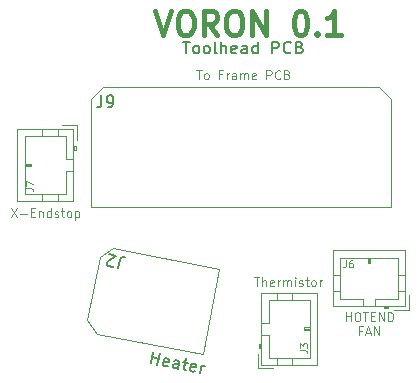
<source format=gbr>
%TF.GenerationSoftware,KiCad,Pcbnew,(6.0.0)*%
%TF.CreationDate,2022-01-12T17:49:16+01:00*%
%TF.ProjectId,v0_miniAB_pancake_board,76305f6d-696e-4694-9142-5f70616e6361,rev?*%
%TF.SameCoordinates,Original*%
%TF.FileFunction,Legend,Top*%
%TF.FilePolarity,Positive*%
%FSLAX46Y46*%
G04 Gerber Fmt 4.6, Leading zero omitted, Abs format (unit mm)*
G04 Created by KiCad (PCBNEW (6.0.0)) date 2022-01-12 17:49:16*
%MOMM*%
%LPD*%
G01*
G04 APERTURE LIST*
%ADD10C,0.150000*%
%ADD11C,0.110000*%
%ADD12C,0.400000*%
%ADD13C,0.120000*%
%ADD14C,0.100000*%
G04 APERTURE END LIST*
D10*
X94956952Y-88098380D02*
X95528380Y-88098380D01*
X95242666Y-89098380D02*
X95242666Y-88098380D01*
X96004571Y-89098380D02*
X95909333Y-89050761D01*
X95861714Y-89003142D01*
X95814095Y-88907904D01*
X95814095Y-88622190D01*
X95861714Y-88526952D01*
X95909333Y-88479333D01*
X96004571Y-88431714D01*
X96147428Y-88431714D01*
X96242666Y-88479333D01*
X96290285Y-88526952D01*
X96337904Y-88622190D01*
X96337904Y-88907904D01*
X96290285Y-89003142D01*
X96242666Y-89050761D01*
X96147428Y-89098380D01*
X96004571Y-89098380D01*
X96909333Y-89098380D02*
X96814095Y-89050761D01*
X96766476Y-89003142D01*
X96718857Y-88907904D01*
X96718857Y-88622190D01*
X96766476Y-88526952D01*
X96814095Y-88479333D01*
X96909333Y-88431714D01*
X97052190Y-88431714D01*
X97147428Y-88479333D01*
X97195047Y-88526952D01*
X97242666Y-88622190D01*
X97242666Y-88907904D01*
X97195047Y-89003142D01*
X97147428Y-89050761D01*
X97052190Y-89098380D01*
X96909333Y-89098380D01*
X97814095Y-89098380D02*
X97718857Y-89050761D01*
X97671238Y-88955523D01*
X97671238Y-88098380D01*
X98195047Y-89098380D02*
X98195047Y-88098380D01*
X98623619Y-89098380D02*
X98623619Y-88574571D01*
X98576000Y-88479333D01*
X98480761Y-88431714D01*
X98337904Y-88431714D01*
X98242666Y-88479333D01*
X98195047Y-88526952D01*
X99480761Y-89050761D02*
X99385523Y-89098380D01*
X99195047Y-89098380D01*
X99099809Y-89050761D01*
X99052190Y-88955523D01*
X99052190Y-88574571D01*
X99099809Y-88479333D01*
X99195047Y-88431714D01*
X99385523Y-88431714D01*
X99480761Y-88479333D01*
X99528380Y-88574571D01*
X99528380Y-88669809D01*
X99052190Y-88765047D01*
X100385523Y-89098380D02*
X100385523Y-88574571D01*
X100337904Y-88479333D01*
X100242666Y-88431714D01*
X100052190Y-88431714D01*
X99956952Y-88479333D01*
X100385523Y-89050761D02*
X100290285Y-89098380D01*
X100052190Y-89098380D01*
X99956952Y-89050761D01*
X99909333Y-88955523D01*
X99909333Y-88860285D01*
X99956952Y-88765047D01*
X100052190Y-88717428D01*
X100290285Y-88717428D01*
X100385523Y-88669809D01*
X101290285Y-89098380D02*
X101290285Y-88098380D01*
X101290285Y-89050761D02*
X101195047Y-89098380D01*
X101004571Y-89098380D01*
X100909333Y-89050761D01*
X100861714Y-89003142D01*
X100814095Y-88907904D01*
X100814095Y-88622190D01*
X100861714Y-88526952D01*
X100909333Y-88479333D01*
X101004571Y-88431714D01*
X101195047Y-88431714D01*
X101290285Y-88479333D01*
X102528380Y-89098380D02*
X102528380Y-88098380D01*
X102909333Y-88098380D01*
X103004571Y-88146000D01*
X103052190Y-88193619D01*
X103099809Y-88288857D01*
X103099809Y-88431714D01*
X103052190Y-88526952D01*
X103004571Y-88574571D01*
X102909333Y-88622190D01*
X102528380Y-88622190D01*
X104099809Y-89003142D02*
X104052190Y-89050761D01*
X103909333Y-89098380D01*
X103814095Y-89098380D01*
X103671238Y-89050761D01*
X103576000Y-88955523D01*
X103528380Y-88860285D01*
X103480761Y-88669809D01*
X103480761Y-88526952D01*
X103528380Y-88336476D01*
X103576000Y-88241238D01*
X103671238Y-88146000D01*
X103814095Y-88098380D01*
X103909333Y-88098380D01*
X104052190Y-88146000D01*
X104099809Y-88193619D01*
X104861714Y-88574571D02*
X105004571Y-88622190D01*
X105052190Y-88669809D01*
X105099809Y-88765047D01*
X105099809Y-88907904D01*
X105052190Y-89003142D01*
X105004571Y-89050761D01*
X104909333Y-89098380D01*
X104528380Y-89098380D01*
X104528380Y-88098380D01*
X104861714Y-88098380D01*
X104956952Y-88146000D01*
X105004571Y-88193619D01*
X105052190Y-88288857D01*
X105052190Y-88384095D01*
X105004571Y-88479333D01*
X104956952Y-88526952D01*
X104861714Y-88574571D01*
X104528380Y-88574571D01*
D11*
X108744000Y-111749535D02*
X108744000Y-110999535D01*
X108744000Y-111356678D02*
X109172571Y-111356678D01*
X109172571Y-111749535D02*
X109172571Y-110999535D01*
X109672571Y-110999535D02*
X109815428Y-110999535D01*
X109886857Y-111035250D01*
X109958285Y-111106678D01*
X109994000Y-111249535D01*
X109994000Y-111499535D01*
X109958285Y-111642392D01*
X109886857Y-111713821D01*
X109815428Y-111749535D01*
X109672571Y-111749535D01*
X109601142Y-111713821D01*
X109529714Y-111642392D01*
X109494000Y-111499535D01*
X109494000Y-111249535D01*
X109529714Y-111106678D01*
X109601142Y-111035250D01*
X109672571Y-110999535D01*
X110208285Y-110999535D02*
X110636857Y-110999535D01*
X110422571Y-111749535D02*
X110422571Y-110999535D01*
X110886857Y-111356678D02*
X111136857Y-111356678D01*
X111244000Y-111749535D02*
X110886857Y-111749535D01*
X110886857Y-110999535D01*
X111244000Y-110999535D01*
X111565428Y-111749535D02*
X111565428Y-110999535D01*
X111994000Y-111749535D01*
X111994000Y-110999535D01*
X112351142Y-111749535D02*
X112351142Y-110999535D01*
X112529714Y-110999535D01*
X112636857Y-111035250D01*
X112708285Y-111106678D01*
X112744000Y-111178107D01*
X112779714Y-111320964D01*
X112779714Y-111428107D01*
X112744000Y-111570964D01*
X112708285Y-111642392D01*
X112636857Y-111713821D01*
X112529714Y-111749535D01*
X112351142Y-111749535D01*
X110136857Y-112564178D02*
X109886857Y-112564178D01*
X109886857Y-112957035D02*
X109886857Y-112207035D01*
X110244000Y-112207035D01*
X110494000Y-112742750D02*
X110851142Y-112742750D01*
X110422571Y-112957035D02*
X110672571Y-112207035D01*
X110922571Y-112957035D01*
X111172571Y-112957035D02*
X111172571Y-112207035D01*
X111601142Y-112957035D01*
X111601142Y-112207035D01*
X96111714Y-90521285D02*
X96540285Y-90521285D01*
X96326000Y-91271285D02*
X96326000Y-90521285D01*
X96897428Y-91271285D02*
X96826000Y-91235571D01*
X96790285Y-91199857D01*
X96754571Y-91128428D01*
X96754571Y-90914142D01*
X96790285Y-90842714D01*
X96826000Y-90807000D01*
X96897428Y-90771285D01*
X97004571Y-90771285D01*
X97076000Y-90807000D01*
X97111714Y-90842714D01*
X97147428Y-90914142D01*
X97147428Y-91128428D01*
X97111714Y-91199857D01*
X97076000Y-91235571D01*
X97004571Y-91271285D01*
X96897428Y-91271285D01*
X98290285Y-90878428D02*
X98040285Y-90878428D01*
X98040285Y-91271285D02*
X98040285Y-90521285D01*
X98397428Y-90521285D01*
X98683142Y-91271285D02*
X98683142Y-90771285D01*
X98683142Y-90914142D02*
X98718857Y-90842714D01*
X98754571Y-90807000D01*
X98826000Y-90771285D01*
X98897428Y-90771285D01*
X99468857Y-91271285D02*
X99468857Y-90878428D01*
X99433142Y-90807000D01*
X99361714Y-90771285D01*
X99218857Y-90771285D01*
X99147428Y-90807000D01*
X99468857Y-91235571D02*
X99397428Y-91271285D01*
X99218857Y-91271285D01*
X99147428Y-91235571D01*
X99111714Y-91164142D01*
X99111714Y-91092714D01*
X99147428Y-91021285D01*
X99218857Y-90985571D01*
X99397428Y-90985571D01*
X99468857Y-90949857D01*
X99826000Y-91271285D02*
X99826000Y-90771285D01*
X99826000Y-90842714D02*
X99861714Y-90807000D01*
X99933142Y-90771285D01*
X100040285Y-90771285D01*
X100111714Y-90807000D01*
X100147428Y-90878428D01*
X100147428Y-91271285D01*
X100147428Y-90878428D02*
X100183142Y-90807000D01*
X100254571Y-90771285D01*
X100361714Y-90771285D01*
X100433142Y-90807000D01*
X100468857Y-90878428D01*
X100468857Y-91271285D01*
X101111714Y-91235571D02*
X101040285Y-91271285D01*
X100897428Y-91271285D01*
X100826000Y-91235571D01*
X100790285Y-91164142D01*
X100790285Y-90878428D01*
X100826000Y-90807000D01*
X100897428Y-90771285D01*
X101040285Y-90771285D01*
X101111714Y-90807000D01*
X101147428Y-90878428D01*
X101147428Y-90949857D01*
X100790285Y-91021285D01*
X102040285Y-91271285D02*
X102040285Y-90521285D01*
X102326000Y-90521285D01*
X102397428Y-90557000D01*
X102433142Y-90592714D01*
X102468857Y-90664142D01*
X102468857Y-90771285D01*
X102433142Y-90842714D01*
X102397428Y-90878428D01*
X102326000Y-90914142D01*
X102040285Y-90914142D01*
X103218857Y-91199857D02*
X103183142Y-91235571D01*
X103076000Y-91271285D01*
X103004571Y-91271285D01*
X102897428Y-91235571D01*
X102826000Y-91164142D01*
X102790285Y-91092714D01*
X102754571Y-90949857D01*
X102754571Y-90842714D01*
X102790285Y-90699857D01*
X102826000Y-90628428D01*
X102897428Y-90557000D01*
X103004571Y-90521285D01*
X103076000Y-90521285D01*
X103183142Y-90557000D01*
X103218857Y-90592714D01*
X103790285Y-90878428D02*
X103897428Y-90914142D01*
X103933142Y-90949857D01*
X103968857Y-91021285D01*
X103968857Y-91128428D01*
X103933142Y-91199857D01*
X103897428Y-91235571D01*
X103826000Y-91271285D01*
X103540285Y-91271285D01*
X103540285Y-90521285D01*
X103790285Y-90521285D01*
X103861714Y-90557000D01*
X103897428Y-90592714D01*
X103933142Y-90664142D01*
X103933142Y-90735571D01*
X103897428Y-90807000D01*
X103861714Y-90842714D01*
X103790285Y-90878428D01*
X103540285Y-90878428D01*
D10*
X92251450Y-115342106D02*
X92442259Y-114360479D01*
X92351398Y-114827921D02*
X92912328Y-114936954D01*
X92812380Y-115451140D02*
X93003189Y-114469513D01*
X93662861Y-115567947D02*
X93560286Y-115596518D01*
X93373310Y-115560174D01*
X93288908Y-115495257D01*
X93260336Y-115392683D01*
X93333025Y-115018730D01*
X93397941Y-114934328D01*
X93500516Y-114905756D01*
X93687492Y-114942100D01*
X93771895Y-115007017D01*
X93800466Y-115109591D01*
X93782294Y-115203079D01*
X93296680Y-115205706D01*
X94541914Y-115787327D02*
X94641861Y-115273142D01*
X94613289Y-115170567D01*
X94528887Y-115105651D01*
X94341911Y-115069306D01*
X94239336Y-115097878D01*
X94551000Y-115740583D02*
X94448425Y-115769155D01*
X94214705Y-115723724D01*
X94130302Y-115658808D01*
X94101731Y-115556233D01*
X94119903Y-115462745D01*
X94184819Y-115378343D01*
X94287394Y-115349771D01*
X94521114Y-115395202D01*
X94623689Y-115366630D01*
X94996329Y-115196512D02*
X95370282Y-115269201D01*
X95200164Y-114896562D02*
X95036614Y-115737956D01*
X95065185Y-115840531D01*
X95149588Y-115905447D01*
X95243076Y-115923620D01*
X95953324Y-116013167D02*
X95850750Y-116041739D01*
X95663773Y-116005395D01*
X95579371Y-115940478D01*
X95550799Y-115837904D01*
X95623488Y-115463951D01*
X95688405Y-115379549D01*
X95790979Y-115350977D01*
X95977956Y-115387321D01*
X96062358Y-115452238D01*
X96090930Y-115554812D01*
X96072758Y-115648300D01*
X95587144Y-115650927D01*
X96411680Y-116150773D02*
X96538886Y-115496355D01*
X96502541Y-115683332D02*
X96567458Y-115598929D01*
X96623288Y-115561271D01*
X96725862Y-115532700D01*
X96819351Y-115550872D01*
D12*
X92631619Y-85518761D02*
X93298285Y-87518761D01*
X93964952Y-85518761D01*
X95012571Y-85518761D02*
X95393523Y-85518761D01*
X95584000Y-85614000D01*
X95774476Y-85804476D01*
X95869714Y-86185428D01*
X95869714Y-86852095D01*
X95774476Y-87233047D01*
X95584000Y-87423523D01*
X95393523Y-87518761D01*
X95012571Y-87518761D01*
X94822095Y-87423523D01*
X94631619Y-87233047D01*
X94536380Y-86852095D01*
X94536380Y-86185428D01*
X94631619Y-85804476D01*
X94822095Y-85614000D01*
X95012571Y-85518761D01*
X97869714Y-87518761D02*
X97203047Y-86566380D01*
X96726857Y-87518761D02*
X96726857Y-85518761D01*
X97488761Y-85518761D01*
X97679238Y-85614000D01*
X97774476Y-85709238D01*
X97869714Y-85899714D01*
X97869714Y-86185428D01*
X97774476Y-86375904D01*
X97679238Y-86471142D01*
X97488761Y-86566380D01*
X96726857Y-86566380D01*
X99107809Y-85518761D02*
X99488761Y-85518761D01*
X99679238Y-85614000D01*
X99869714Y-85804476D01*
X99964952Y-86185428D01*
X99964952Y-86852095D01*
X99869714Y-87233047D01*
X99679238Y-87423523D01*
X99488761Y-87518761D01*
X99107809Y-87518761D01*
X98917333Y-87423523D01*
X98726857Y-87233047D01*
X98631619Y-86852095D01*
X98631619Y-86185428D01*
X98726857Y-85804476D01*
X98917333Y-85614000D01*
X99107809Y-85518761D01*
X100822095Y-87518761D02*
X100822095Y-85518761D01*
X101964952Y-87518761D01*
X101964952Y-85518761D01*
X104822095Y-85518761D02*
X105012571Y-85518761D01*
X105203047Y-85614000D01*
X105298285Y-85709238D01*
X105393523Y-85899714D01*
X105488761Y-86280666D01*
X105488761Y-86756857D01*
X105393523Y-87137809D01*
X105298285Y-87328285D01*
X105203047Y-87423523D01*
X105012571Y-87518761D01*
X104822095Y-87518761D01*
X104631619Y-87423523D01*
X104536380Y-87328285D01*
X104441142Y-87137809D01*
X104345904Y-86756857D01*
X104345904Y-86280666D01*
X104441142Y-85899714D01*
X104536380Y-85709238D01*
X104631619Y-85614000D01*
X104822095Y-85518761D01*
X106345904Y-87328285D02*
X106441142Y-87423523D01*
X106345904Y-87518761D01*
X106250666Y-87423523D01*
X106345904Y-87328285D01*
X106345904Y-87518761D01*
X108345904Y-87518761D02*
X107203047Y-87518761D01*
X107774476Y-87518761D02*
X107774476Y-85518761D01*
X107584000Y-85804476D01*
X107393523Y-85994952D01*
X107203047Y-86090190D01*
D11*
X101011000Y-108047285D02*
X101439571Y-108047285D01*
X101225285Y-108797285D02*
X101225285Y-108047285D01*
X101689571Y-108797285D02*
X101689571Y-108047285D01*
X102011000Y-108797285D02*
X102011000Y-108404428D01*
X101975285Y-108333000D01*
X101903857Y-108297285D01*
X101796714Y-108297285D01*
X101725285Y-108333000D01*
X101689571Y-108368714D01*
X102653857Y-108761571D02*
X102582428Y-108797285D01*
X102439571Y-108797285D01*
X102368142Y-108761571D01*
X102332428Y-108690142D01*
X102332428Y-108404428D01*
X102368142Y-108333000D01*
X102439571Y-108297285D01*
X102582428Y-108297285D01*
X102653857Y-108333000D01*
X102689571Y-108404428D01*
X102689571Y-108475857D01*
X102332428Y-108547285D01*
X103011000Y-108797285D02*
X103011000Y-108297285D01*
X103011000Y-108440142D02*
X103046714Y-108368714D01*
X103082428Y-108333000D01*
X103153857Y-108297285D01*
X103225285Y-108297285D01*
X103475285Y-108797285D02*
X103475285Y-108297285D01*
X103475285Y-108368714D02*
X103511000Y-108333000D01*
X103582428Y-108297285D01*
X103689571Y-108297285D01*
X103761000Y-108333000D01*
X103796714Y-108404428D01*
X103796714Y-108797285D01*
X103796714Y-108404428D02*
X103832428Y-108333000D01*
X103903857Y-108297285D01*
X104011000Y-108297285D01*
X104082428Y-108333000D01*
X104118142Y-108404428D01*
X104118142Y-108797285D01*
X104475285Y-108797285D02*
X104475285Y-108297285D01*
X104475285Y-108047285D02*
X104439571Y-108083000D01*
X104475285Y-108118714D01*
X104511000Y-108083000D01*
X104475285Y-108047285D01*
X104475285Y-108118714D01*
X104796714Y-108761571D02*
X104868142Y-108797285D01*
X105011000Y-108797285D01*
X105082428Y-108761571D01*
X105118142Y-108690142D01*
X105118142Y-108654428D01*
X105082428Y-108583000D01*
X105011000Y-108547285D01*
X104903857Y-108547285D01*
X104832428Y-108511571D01*
X104796714Y-108440142D01*
X104796714Y-108404428D01*
X104832428Y-108333000D01*
X104903857Y-108297285D01*
X105011000Y-108297285D01*
X105082428Y-108333000D01*
X105332428Y-108297285D02*
X105618142Y-108297285D01*
X105439571Y-108047285D02*
X105439571Y-108690142D01*
X105475285Y-108761571D01*
X105546714Y-108797285D01*
X105618142Y-108797285D01*
X105975285Y-108797285D02*
X105903857Y-108761571D01*
X105868142Y-108725857D01*
X105832428Y-108654428D01*
X105832428Y-108440142D01*
X105868142Y-108368714D01*
X105903857Y-108333000D01*
X105975285Y-108297285D01*
X106082428Y-108297285D01*
X106153857Y-108333000D01*
X106189571Y-108368714D01*
X106225285Y-108440142D01*
X106225285Y-108654428D01*
X106189571Y-108725857D01*
X106153857Y-108761571D01*
X106082428Y-108797285D01*
X105975285Y-108797285D01*
X106546714Y-108797285D02*
X106546714Y-108297285D01*
X106546714Y-108440142D02*
X106582428Y-108368714D01*
X106618142Y-108333000D01*
X106689571Y-108297285D01*
X106761000Y-108297285D01*
D13*
X80383428Y-102205285D02*
X80883428Y-102955285D01*
X80883428Y-102205285D02*
X80383428Y-102955285D01*
X81169142Y-102669571D02*
X81740571Y-102669571D01*
X82097714Y-102562428D02*
X82347714Y-102562428D01*
X82454857Y-102955285D02*
X82097714Y-102955285D01*
X82097714Y-102205285D01*
X82454857Y-102205285D01*
X82776285Y-102455285D02*
X82776285Y-102955285D01*
X82776285Y-102526714D02*
X82812000Y-102491000D01*
X82883428Y-102455285D01*
X82990571Y-102455285D01*
X83062000Y-102491000D01*
X83097714Y-102562428D01*
X83097714Y-102955285D01*
X83776285Y-102955285D02*
X83776285Y-102205285D01*
X83776285Y-102919571D02*
X83704857Y-102955285D01*
X83562000Y-102955285D01*
X83490571Y-102919571D01*
X83454857Y-102883857D01*
X83419142Y-102812428D01*
X83419142Y-102598142D01*
X83454857Y-102526714D01*
X83490571Y-102491000D01*
X83562000Y-102455285D01*
X83704857Y-102455285D01*
X83776285Y-102491000D01*
X84097714Y-102919571D02*
X84169142Y-102955285D01*
X84312000Y-102955285D01*
X84383428Y-102919571D01*
X84419142Y-102848142D01*
X84419142Y-102812428D01*
X84383428Y-102741000D01*
X84312000Y-102705285D01*
X84204857Y-102705285D01*
X84133428Y-102669571D01*
X84097714Y-102598142D01*
X84097714Y-102562428D01*
X84133428Y-102491000D01*
X84204857Y-102455285D01*
X84312000Y-102455285D01*
X84383428Y-102491000D01*
X84633428Y-102455285D02*
X84919142Y-102455285D01*
X84740571Y-102205285D02*
X84740571Y-102848142D01*
X84776285Y-102919571D01*
X84847714Y-102955285D01*
X84919142Y-102955285D01*
X85276285Y-102955285D02*
X85204857Y-102919571D01*
X85169142Y-102883857D01*
X85133428Y-102812428D01*
X85133428Y-102598142D01*
X85169142Y-102526714D01*
X85204857Y-102491000D01*
X85276285Y-102455285D01*
X85383428Y-102455285D01*
X85454857Y-102491000D01*
X85490571Y-102526714D01*
X85526285Y-102598142D01*
X85526285Y-102812428D01*
X85490571Y-102883857D01*
X85454857Y-102919571D01*
X85383428Y-102955285D01*
X85276285Y-102955285D01*
X85847714Y-102455285D02*
X85847714Y-103205285D01*
X85847714Y-102491000D02*
X85919142Y-102455285D01*
X86062000Y-102455285D01*
X86133428Y-102491000D01*
X86169142Y-102526714D01*
X86204857Y-102598142D01*
X86204857Y-102812428D01*
X86169142Y-102883857D01*
X86133428Y-102919571D01*
X86062000Y-102955285D01*
X85919142Y-102955285D01*
X85847714Y-102919571D01*
D10*
%TO.C,J2*%
X89492381Y-107278545D02*
X89628673Y-106577383D01*
X89702676Y-106446237D01*
X89814336Y-106370921D01*
X89963655Y-106351435D01*
X90057143Y-106369607D01*
X89089856Y-107103282D02*
X89034026Y-107140940D01*
X88931451Y-107169512D01*
X88697730Y-107124081D01*
X88613328Y-107059164D01*
X88575670Y-107003334D01*
X88547098Y-106900760D01*
X88565271Y-106807271D01*
X88639273Y-106676125D01*
X89309237Y-106224229D01*
X88701563Y-106106109D01*
D14*
%TO.C,J3*%
X104891428Y-114246000D02*
X105320000Y-114246000D01*
X105405714Y-114274571D01*
X105462857Y-114331714D01*
X105491428Y-114417428D01*
X105491428Y-114474571D01*
X104891428Y-114017428D02*
X104891428Y-113646000D01*
X105120000Y-113846000D01*
X105120000Y-113760285D01*
X105148571Y-113703142D01*
X105177142Y-113674571D01*
X105234285Y-113646000D01*
X105377142Y-113646000D01*
X105434285Y-113674571D01*
X105462857Y-113703142D01*
X105491428Y-113760285D01*
X105491428Y-113931714D01*
X105462857Y-113988857D01*
X105434285Y-114017428D01*
%TO.C,J6*%
X108766000Y-106605428D02*
X108766000Y-107034000D01*
X108737428Y-107119714D01*
X108680285Y-107176857D01*
X108594571Y-107205428D01*
X108537428Y-107205428D01*
X109308857Y-106605428D02*
X109194571Y-106605428D01*
X109137428Y-106634000D01*
X109108857Y-106662571D01*
X109051714Y-106748285D01*
X109023142Y-106862571D01*
X109023142Y-107091142D01*
X109051714Y-107148285D01*
X109080285Y-107176857D01*
X109137428Y-107205428D01*
X109251714Y-107205428D01*
X109308857Y-107176857D01*
X109337428Y-107148285D01*
X109366000Y-107091142D01*
X109366000Y-106948285D01*
X109337428Y-106891142D01*
X109308857Y-106862571D01*
X109251714Y-106834000D01*
X109137428Y-106834000D01*
X109080285Y-106862571D01*
X109051714Y-106891142D01*
X109023142Y-106948285D01*
D10*
%TO.C,J9*%
X88066666Y-92652380D02*
X88066666Y-93366666D01*
X88019047Y-93509523D01*
X87923809Y-93604761D01*
X87780952Y-93652380D01*
X87685714Y-93652380D01*
X88590476Y-93652380D02*
X88780952Y-93652380D01*
X88876190Y-93604761D01*
X88923809Y-93557142D01*
X89019047Y-93414285D01*
X89066666Y-93223809D01*
X89066666Y-92842857D01*
X89019047Y-92747619D01*
X88971428Y-92700000D01*
X88876190Y-92652380D01*
X88685714Y-92652380D01*
X88590476Y-92700000D01*
X88542857Y-92747619D01*
X88495238Y-92842857D01*
X88495238Y-93080952D01*
X88542857Y-93176190D01*
X88590476Y-93223809D01*
X88685714Y-93271428D01*
X88876190Y-93271428D01*
X88971428Y-93223809D01*
X89019047Y-93176190D01*
X89066666Y-93080952D01*
D14*
%TO.C,J7*%
X81713428Y-100530000D02*
X82142000Y-100530000D01*
X82227714Y-100558571D01*
X82284857Y-100615714D01*
X82313428Y-100701428D01*
X82313428Y-100758571D01*
X81713428Y-100301428D02*
X81713428Y-99901428D01*
X82313428Y-100158571D01*
D13*
%TO.C,J2*%
X98042921Y-107322594D02*
X96636659Y-114557186D01*
X87674403Y-112815100D02*
X86883584Y-111642664D01*
X86883584Y-111642664D02*
X87908229Y-106371326D01*
X96636659Y-114557186D02*
X87674403Y-112815100D01*
X87908229Y-106371326D02*
X89080665Y-105580508D01*
X89080665Y-105580508D02*
X98042921Y-107322594D01*
%TO.C,J3*%
X105720000Y-112500000D02*
X105220000Y-112500000D01*
X101610000Y-109340000D02*
X101610000Y-115460000D01*
X102220000Y-111900000D02*
X101610000Y-111900000D01*
X102920000Y-109340000D02*
X102920000Y-109950000D01*
X105720000Y-114850000D02*
X105720000Y-109950000D01*
X105720000Y-109950000D02*
X102220000Y-109950000D01*
X105720000Y-112400000D02*
X105220000Y-112400000D01*
X102220000Y-109950000D02*
X102220000Y-111900000D01*
X101510000Y-113700000D02*
X101510000Y-114000000D01*
X101310000Y-114510000D02*
X101310000Y-115760000D01*
X106330000Y-115460000D02*
X106330000Y-109340000D01*
X101410000Y-114000000D02*
X101610000Y-114000000D01*
X101610000Y-113700000D02*
X101410000Y-113700000D01*
X102220000Y-112900000D02*
X102220000Y-114850000D01*
X104220000Y-109340000D02*
X104220000Y-109950000D01*
X101610000Y-112900000D02*
X102220000Y-112900000D01*
X101310000Y-115760000D02*
X102560000Y-115760000D01*
X105220000Y-112500000D02*
X105220000Y-112300000D01*
X101410000Y-113700000D02*
X101410000Y-114000000D01*
X101610000Y-115460000D02*
X106330000Y-115460000D01*
X106330000Y-109340000D02*
X101610000Y-109340000D01*
X105220000Y-112300000D02*
X105720000Y-112300000D01*
X104220000Y-115460000D02*
X104220000Y-114850000D01*
X102920000Y-115460000D02*
X102920000Y-114850000D01*
X102220000Y-114850000D02*
X105720000Y-114850000D01*
%TO.C,J6*%
X114070000Y-110790000D02*
X114070000Y-109540000D01*
X108260000Y-109880000D02*
X110210000Y-109880000D01*
X113770000Y-105770000D02*
X107650000Y-105770000D01*
X113160000Y-109880000D02*
X113160000Y-106380000D01*
X111210000Y-110490000D02*
X111210000Y-109880000D01*
X113770000Y-107880000D02*
X113160000Y-107880000D01*
X111210000Y-109880000D02*
X113160000Y-109880000D01*
X112010000Y-110590000D02*
X112310000Y-110590000D01*
X107650000Y-110490000D02*
X113770000Y-110490000D01*
X107650000Y-109180000D02*
X108260000Y-109180000D01*
X110810000Y-106380000D02*
X110810000Y-106880000D01*
X112010000Y-110690000D02*
X112310000Y-110690000D01*
X113160000Y-106380000D02*
X108260000Y-106380000D01*
X112310000Y-110690000D02*
X112310000Y-110490000D01*
X113770000Y-110490000D02*
X113770000Y-105770000D01*
X112010000Y-110490000D02*
X112010000Y-110690000D01*
X113770000Y-109180000D02*
X113160000Y-109180000D01*
X110710000Y-106380000D02*
X110710000Y-106880000D01*
X110810000Y-106880000D02*
X110610000Y-106880000D01*
X107650000Y-105770000D02*
X107650000Y-110490000D01*
X107650000Y-107880000D02*
X108260000Y-107880000D01*
X110210000Y-109880000D02*
X110210000Y-110490000D01*
X110610000Y-106880000D02*
X110610000Y-106380000D01*
X108260000Y-106380000D02*
X108260000Y-109880000D01*
X112820000Y-110790000D02*
X114070000Y-110790000D01*
%TO.C,J9*%
X88195000Y-91960000D02*
X111565000Y-91960000D01*
X87195000Y-92960000D02*
X88195000Y-91960000D01*
X112565000Y-102090000D02*
X87195000Y-102090000D01*
X87195000Y-102090000D02*
X87195000Y-92960000D01*
X111565000Y-91960000D02*
X112565000Y-92960000D01*
X112565000Y-92960000D02*
X112565000Y-102090000D01*
%TO.C,J7*%
X81562000Y-98552000D02*
X82062000Y-98552000D01*
X85872000Y-96952000D02*
X85672000Y-96952000D01*
X82062000Y-98652000D02*
X81562000Y-98652000D01*
X85062000Y-96102000D02*
X81562000Y-96102000D01*
X85672000Y-97252000D02*
X85872000Y-97252000D01*
X83062000Y-101612000D02*
X83062000Y-101002000D01*
X83062000Y-95492000D02*
X83062000Y-96102000D01*
X85672000Y-101612000D02*
X85672000Y-95492000D01*
X85672000Y-98052000D02*
X85062000Y-98052000D01*
X85062000Y-98052000D02*
X85062000Y-96102000D01*
X81562000Y-96102000D02*
X81562000Y-101002000D01*
X85972000Y-96442000D02*
X85972000Y-95192000D01*
X81562000Y-101002000D02*
X85062000Y-101002000D01*
X85672000Y-95492000D02*
X80952000Y-95492000D01*
X82062000Y-98452000D02*
X82062000Y-98652000D01*
X81562000Y-98452000D02*
X82062000Y-98452000D01*
X80952000Y-95492000D02*
X80952000Y-101612000D01*
X85062000Y-101002000D02*
X85062000Y-99052000D01*
X85062000Y-99052000D02*
X85672000Y-99052000D01*
X85972000Y-95192000D02*
X84722000Y-95192000D01*
X84362000Y-95492000D02*
X84362000Y-96102000D01*
X84362000Y-101612000D02*
X84362000Y-101002000D01*
X85872000Y-97252000D02*
X85872000Y-96952000D01*
X80952000Y-101612000D02*
X85672000Y-101612000D01*
X85772000Y-97252000D02*
X85772000Y-96952000D01*
%TD*%
M02*

</source>
